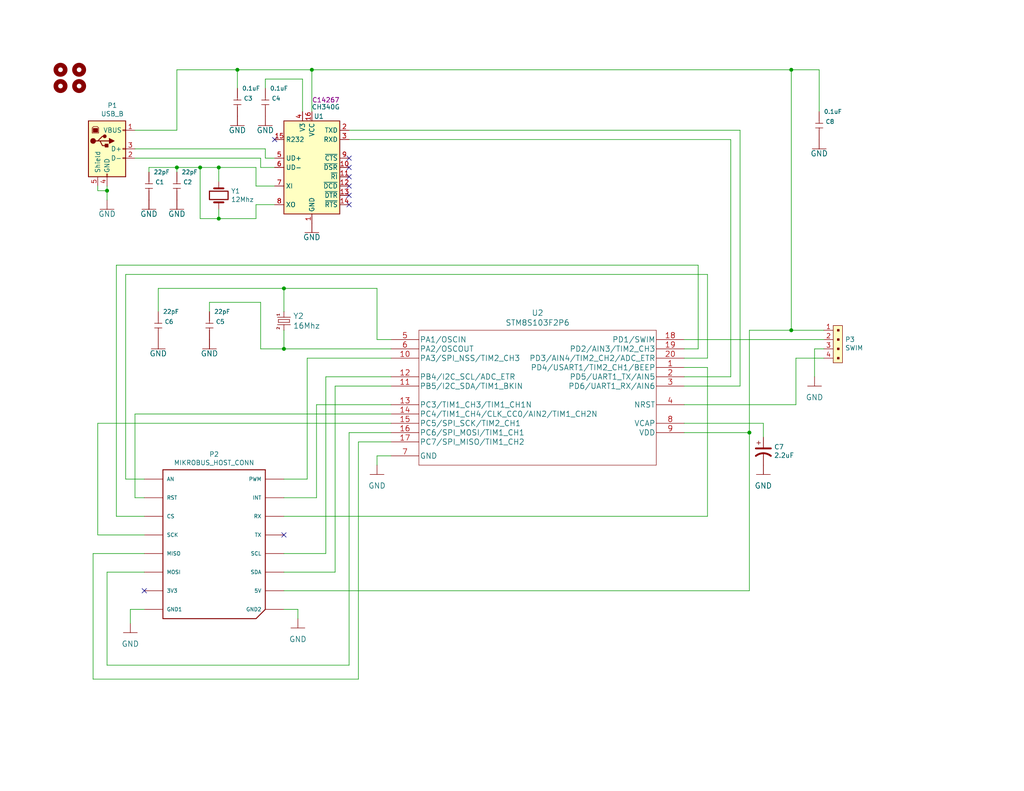
<source format=kicad_sch>
(kicad_sch (version 20231120) (generator "eeschema") (generator_version "8.0")
  (paper "A")
  (title_block (date "2025-01-19"))
  (lib_symbols
    (symbol "Device:Crystal" (pin_numbers hide) (pin_names (offset 1.016) hide)
      (property "Reference" "Y" (at 0 3.81 0))
      (property "Value" "Crystal" (at 0 -3.81 0))
      (symbol "Crystal_0_1"
        (rectangle (start -1.143 2.54) (end 1.143 -2.54) (stroke (width 0.3048)))
        (polyline (pts (xy -2.54 0) (xy -1.905 0)))
        (polyline (pts (xy -1.905 -1.27) (xy -1.905 1.27)) (stroke (width 0.508)))
        (polyline (pts (xy 1.905 -1.27) (xy 1.905 1.27)) (stroke (width 0.508)))
        (polyline (pts (xy 2.54 0) (xy 1.905 0)))
      )
      (symbol "Crystal_1_1"
        (pin passive line (at -3.81 0 0) (length 1.27) (name "1") (number "1"))
        (pin passive line (at 3.81 0 180) (length 1.27) (name "2") (number "2"))
      )
    )
    (symbol "Mechanical:MountingHole" (pin_names (offset 1.016)) (exclude_from_sim yes) (in_bom no)
      (property "Reference" "H" (at 0 5.08 0))
      (property "Value" "MountingHole" (at 0 3.175 0))
      (symbol "MountingHole_0_1"
        (circle (center 0 0) (radius 1.27) (stroke (width 1.27)))
      )
    )
    (symbol "OPL_Capacitor:CERAMIC-100NF-50V-10%-X7R_0603_" (pin_numbers hide) (pin_names (offset 1.016) hide)
      (property "Reference" "C" (at -3.81 1.27 0))
      (property "Value" "CERAMIC-100NF-50V-10%-X7R_0603_" (at -3.81 -2.54 0))
      (symbol "CERAMIC-100NF-50V-10%-X7R_0603__1_0"
        (polyline (pts (xy -1.27 0) (xy -0.635 0)))
        (polyline (pts (xy -0.635 -1.016) (xy -0.635 0)))
        (polyline (pts (xy -0.635 0) (xy -0.635 1.016)))
        (polyline (pts (xy 0.635 0) (xy 0.635 -1.016)))
        (polyline (pts (xy 0.635 0) (xy 1.27 0)))
        (polyline (pts (xy 0.635 1.016) (xy 0.635 0)))
      )
      (symbol "CERAMIC-100NF-50V-10%-X7R_0603__1_1"
        (pin passive line (at -3.81 0 0) (length 2.54) (name "1") (number "1"))
        (pin passive line (at 3.81 0 180) (length 2.54) (name "2") (number "2"))
      )
    )
    (symbol "board_stm8_rev2-rescue:CH340G-Interface_USB"
      (property "Reference" "U" (at -5.08 13.97 0))
      (property "Value" "Interface_USB_CH340G" (at 1.27 13.97 0))
      (symbol "CH340G-Interface_USB_0_1"
        (rectangle (start -7.62 12.7) (end 7.62 -12.7) (stroke (width 0.254)) (fill (type background)))
      )
      (symbol "CH340G-Interface_USB_1_1"
        (pin power_in line (at 0 -15.24 90) (length 2.54) (name "GND") (number "1"))
        (pin input line (at 10.16 0 180) (length 2.54) (name "~{DSR}") (number "10"))
        (pin input line (at 10.16 -2.54 180) (length 2.54) (name "~{RI}") (number "11"))
        (pin input line (at 10.16 -5.08 180) (length 2.54) (name "~{DCD}") (number "12"))
        (pin output line (at 10.16 -7.62 180) (length 2.54) (name "~{DTR}") (number "13"))
        (pin output line (at 10.16 -10.16 180) (length 2.54) (name "~{RTS}") (number "14"))
        (pin input line (at -10.16 7.62 0) (length 2.54) (name "R232") (number "15"))
        (pin power_in line (at 0 15.24 270) (length 2.54) (name "VCC") (number "16"))
        (pin output line (at 10.16 10.16 180) (length 2.54) (name "TXD") (number "2"))
        (pin input line (at 10.16 7.62 180) (length 2.54) (name "RXD") (number "3"))
        (pin passive line (at -2.54 15.24 270) (length 2.54) (name "V3") (number "4"))
        (pin bidirectional line (at -10.16 2.54 0) (length 2.54) (name "UD+") (number "5"))
        (pin bidirectional line (at -10.16 0 0) (length 2.54) (name "UD-") (number "6"))
        (pin input line (at -10.16 -5.08 0) (length 2.54) (name "XI") (number "7"))
        (pin output line (at -10.16 -10.16 0) (length 2.54) (name "XO") (number "8"))
        (pin input line (at 10.16 2.54 180) (length 2.54) (name "~{CTS}") (number "9"))
      )
    )
    (symbol "board_stm8_rev2-rescue:CP1-Device" (pin_numbers hide) (pin_names (offset 0.254) hide)
      (property "Reference" "C" (at 0.635 2.54 0))
      (property "Value" "Device_CP1" (at 0.635 -2.54 0))
      (symbol "CP1-Device_0_1"
        (polyline (pts (xy -2.032 0.762) (xy 2.032 0.762)) (stroke (width 0.508)))
        (polyline (pts (xy -1.778 2.286) (xy -0.762 2.286)))
        (polyline (pts (xy -1.27 1.778) (xy -1.27 2.794)))
        (arc (start 2.032 -1.27) (mid 0 -0.5572) (end -2.032 -1.27) (stroke (width 0.508)))
      )
      (symbol "CP1-Device_1_1"
        (pin passive line (at 0 3.81 270) (length 2.794) (name "~") (number "1"))
        (pin passive line (at 0 -3.81 90) (length 3.302) (name "~") (number "2"))
      )
    )
    (symbol "catu:CRYSTALHC49U-H" (pin_names (offset 1.016))
      (property "Reference" "Q" (at 2.54 1.016 0))
      (property "Value" "CRYSTALHC49U-H" (at 2.54 -2.54 0))
      (symbol "CRYSTALHC49U-H_1_0"
        (polyline (pts (xy -2.54 0) (xy -1.016 0)))
        (polyline (pts (xy -1.016 1.778) (xy -1.016 -1.778)))
        (polyline (pts (xy -0.381 -1.524) (xy 0.381 -1.524)))
        (polyline (pts (xy -0.381 1.524) (xy -0.381 -1.524)))
        (polyline (pts (xy 0.381 -1.524) (xy 0.381 1.524)))
        (polyline (pts (xy 0.381 1.524) (xy -0.381 1.524)))
        (polyline (pts (xy 1.016 0) (xy 2.54 0)))
        (polyline (pts (xy 1.016 1.778) (xy 1.016 -1.778)))
        (text "1" (at -2.159 -1.143 0) (effects (font (size 0.7112 0.7112)) (justify left bottom)))
        (text "2" (at 1.524 -1.143 0) (effects (font (size 0.7112 0.7112)) (justify left bottom)))
        (pin passive line (at -2.54 0 0) (length 0) (name "1") (number "1"))
        (pin passive line (at 2.54 0 180) (length 0) (name "2") (number "2"))
      )
    )
    (symbol "catu:GND" (power) (pin_names (offset 1.016))
      (property "Value" "GND" (at -2.54 -2.54 0))
      (symbol "GND_1_0"
        (polyline (pts (xy -1.905 0) (xy 1.905 0)))
        (pin power_in line (at 0 2.54 270) (length 2.54) (name "GND") (number "1"))
      )
    )
    (symbol "catu:MIKROBUS_HOST_CONN" (pin_numbers hide) (pin_names (offset 1.016))
      (property "Reference" "CON" (at 10.16 38.1 0))
      (property "Value" "MIKROBUS_HOST_CONN" (at 2.54 3.81 0))
      (symbol "MIKROBUS_HOST_CONN_0_0"
        (polyline (pts (xy 0 0) (xy 0 40.64)) (stroke (width 0.254)))
        (polyline (pts (xy 0 40.64) (xy 27.94 40.64)) (stroke (width 0.254)))
        (polyline (pts (xy 25.4 0) (xy 0 0)) (stroke (width 0.254)))
        (polyline (pts (xy 27.94 2.54) (xy 25.4 0)) (stroke (width 0.254)))
        (polyline (pts (xy 27.94 40.64) (xy 27.94 2.54)) (stroke (width 0.254)))
        (pin passive line (at -5.08 38.1 0) (length 5.08) (name "AN") (number "P1"))
        (pin power_in line (at 33.02 7.62 180) (length 5.08) (name "5V") (number "P10"))
        (pin passive line (at 33.02 12.7 180) (length 5.08) (name "SDA") (number "P11"))
        (pin passive line (at 33.02 17.78 180) (length 5.08) (name "SCL") (number "P12"))
        (pin passive line (at 33.02 22.86 180) (length 5.08) (name "TX") (number "P13"))
        (pin passive line (at 33.02 27.94 180) (length 5.08) (name "RX") (number "P14"))
        (pin passive line (at 33.02 33.02 180) (length 5.08) (name "INT") (number "P15"))
        (pin passive line (at 33.02 38.1 180) (length 5.08) (name "PWM") (number "P16"))
        (pin passive line (at -5.08 33.02 0) (length 5.08) (name "RST") (number "P2"))
        (pin passive line (at -5.08 27.94 0) (length 5.08) (name "CS") (number "P3"))
        (pin passive line (at -5.08 22.86 0) (length 5.08) (name "SCK") (number "P4"))
        (pin passive line (at -5.08 17.78 0) (length 5.08) (name "MISO") (number "P5"))
        (pin passive line (at -5.08 12.7 0) (length 5.08) (name "MOSI") (number "P6"))
        (pin power_in line (at -5.08 7.62 0) (length 5.08) (name "3V3") (number "P7"))
        (pin power_in line (at -5.08 2.54 0) (length 5.08) (name "GND1") (number "P8"))
        (pin power_in line (at 33.02 2.54 180) (length 5.08) (name "GND2") (number "P9"))
      )
    )
    (symbol "catu:STM8S103F2P6" (pin_names (offset 0.254))
      (property "Reference" "U" (at -21.59 20.32 0))
      (property "Value" "STM8S103F2P6" (at -5.08 20.32 0))
      (symbol "STM8S103F2P6_1_1"
        (polyline (pts (xy -30.48 -19.05) (xy 34.29 -19.05)) (stroke (width 0.127)))
        (polyline (pts (xy -30.48 17.78) (xy -30.48 -19.05)) (stroke (width 0.127)))
        (polyline (pts (xy 34.29 -19.05) (xy 34.29 17.78)) (stroke (width 0.127)))
        (polyline (pts (xy 34.29 17.78) (xy -30.48 17.78)) (stroke (width 0.127)))
        (pin passive line (at 41.91 7.62 180) (length 7.62) (name "PD4/USART1/TIM2_CH1/BEEP") (number "1"))
        (pin passive line (at -38.1 10.16 0) (length 7.62) (name "PA3/SPI_NSS/TIM2_CH3") (number "10"))
        (pin passive line (at -38.1 2.54 0) (length 7.62) (name "PB5/I2C_SDA/TIM1_BKIN") (number "11"))
        (pin passive line (at -38.1 5.08 0) (length 7.62) (name "PB4/I2C_SCL/ADC_ETR") (number "12"))
        (pin passive line (at -38.1 -2.54 0) (length 7.62) (name "PC3/TIM1_CH3/TIM1_CH1N") (number "13"))
        (pin passive line (at -38.1 -5.08 0) (length 7.62) (name "PC4/TIM1_CH4/CLK_CC0/AIN2/TIM1_CH2N") (number "14"))
        (pin passive line (at -38.1 -7.62 0) (length 7.62) (name "PC5/SPI_SCK/TIM2_CH1") (number "15"))
        (pin passive line (at -38.1 -10.16 0) (length 7.62) (name "PC6/SPI_MOSI/TIM1_CH1") (number "16"))
        (pin passive line (at -38.1 -12.7 0) (length 7.62) (name "PC7/SPI_MISO/TIM1_CH2") (number "17"))
        (pin passive line (at 41.91 15.24 180) (length 7.62) (name "PD1/SWIM") (number "18"))
        (pin passive line (at 41.91 12.7 180) (length 7.62) (name "PD2/AIN3/TIM2_CH3") (number "19"))
        (pin passive line (at 41.91 5.08 180) (length 7.62) (name "PD5/UART1_TX/AIN5") (number "2"))
        (pin passive line (at 41.91 10.16 180) (length 7.62) (name "PD3/AIN4/TIM2_CH2/ADC_ETR") (number "20"))
        (pin passive line (at 41.91 2.54 180) (length 7.62) (name "PD6/UART1_RX/AIN6") (number "3"))
        (pin passive line (at 41.91 -2.54 180) (length 7.62) (name "NRST") (number "4"))
        (pin passive line (at -38.1 15.24 0) (length 7.62) (name "PA1/OSCIN") (number "5"))
        (pin passive line (at -38.1 12.7 0) (length 7.62) (name "PA2/OSCOUT") (number "6"))
        (pin power_in line (at -38.1 -16.51 0) (length 7.62) (name "GND") (number "7"))
        (pin passive line (at 41.91 -7.62 180) (length 7.62) (name "VCAP") (number "8"))
        (pin power_in line (at 41.91 -10.16 180) (length 7.62) (name "VDD") (number "9"))
      )
    )
    (symbol "dk_Rectangular-Connectors-Headers-Male-Pins:0022232041" (pin_names (offset 1.016))
      (property "Reference" "J" (at -2.54 1.27 0))
      (property "Value" "0022232041" (at 3.81 -3.81 0))
      (symbol "0022232041_1_1"
        (rectangle (start -1.27 0) (end 8.89 -2.54) (fill (type background)))
        (rectangle (start -0.254 -1.143) (end 0.254 -1.651) (fill (type outline)))
        (rectangle (start 2.286 -1.143) (end 2.794 -1.651) (fill (type outline)))
        (rectangle (start 4.826 -1.143) (end 5.334 -1.651) (fill (type outline)))
        (rectangle (start 7.366 -1.143) (end 7.874 -1.651) (fill (type outline)))
        (pin passive line (at 0 2.54 270) (length 2.54) (name "~") (number "1"))
        (pin passive line (at 2.54 2.54 270) (length 2.54) (name "~") (number "2"))
        (pin passive line (at 5.08 2.54 270) (length 2.54) (name "~") (number "3"))
        (pin passive line (at 7.62 2.54 270) (length 2.54) (name "~") (number "4"))
      )
    )
    (symbol "stm8_Rev1-rescue:USB_B-Connector" (pin_names (offset 1.016))
      (property "Reference" "J" (at -5.08 11.43 0))
      (property "Value" "USB_B-Connector" (at -5.08 8.89 0))
      (symbol "USB_B-Connector_0_1"
        (rectangle (start -5.08 -7.62) (end 5.08 7.62) (stroke (width 0.254)) (fill (type background)))
        (circle (center -3.81 2.159) (radius 0.635) (stroke (width 0.254)) (fill (type outline)))
        (rectangle (start -3.81 5.588) (end -2.54 4.572) (fill (type outline)))
        (circle (center -0.635 3.429) (radius 0.381) (stroke (width 0.254)) (fill (type outline)))
        (rectangle (start -0.127 -7.62) (end 0.127 -6.858))
        (polyline (pts (xy -1.905 2.159) (xy 0.635 2.159)) (stroke (width 0.254)))
        (polyline (pts (xy -3.175 2.159) (xy -2.54 2.159) (xy -1.27 3.429) (xy -0.635 3.429)) (stroke (width 0.254)))
        (polyline (pts (xy -2.54 2.159) (xy -1.905 2.159) (xy -1.27 0.889) (xy 0 0.889)) (stroke (width 0.254)))
        (polyline (pts (xy 0.635 2.794) (xy 0.635 1.524) (xy 1.905 2.159) (xy 0.635 2.794)) (stroke (width 0.254)) (fill (type outline)))
        (polyline (pts (xy -4.064 4.318) (xy -2.286 4.318) (xy -2.286 5.715) (xy -2.667 6.096) (xy -3.683 6.096) (xy -4.064 5.715) (xy -4.064 4.318)))
        (rectangle (start 0.254 1.27) (end -0.508 0.508) (stroke (width 0.254)) (fill (type outline)))
        (rectangle (start 5.08 -2.667) (end 4.318 -2.413))
        (rectangle (start 5.08 -0.127) (end 4.318 0.127))
        (rectangle (start 5.08 4.953) (end 4.318 5.207))
      )
      (symbol "USB_B-Connector_1_1"
        (pin power_out line (at 7.62 5.08 180) (length 2.54) (name "VBUS") (number "1"))
        (pin bidirectional line (at 7.62 -2.54 180) (length 2.54) (name "D-") (number "2"))
        (pin bidirectional line (at 7.62 0 180) (length 2.54) (name "D+") (number "3"))
        (pin power_out line (at 0 -10.16 90) (length 2.54) (name "GND") (number "4"))
        (pin passive line (at -2.54 -10.16 90) (length 2.54) (name "Shield") (number "5"))
      )
    )
  )
  (junction (at 85.09 19.05))
  (junction (at 64.77 19.05))
  (junction (at 59.69 59.69))
  (junction (at 77.47 78.74))
  (junction (at 77.47 95.25))
  (junction (at 29.21 52.07))
  (junction (at 215.9 19.05))
  (junction (at 54.61 45.72))
  (junction (at 48.26 45.72))
  (junction (at 215.9 90.17))
  (junction (at 204.47 118.11))
  (junction (at 59.69 45.72))
  (no_connect (at 95.25 45.72))
  (no_connect (at 39.37 161.29))
  (no_connect (at 77.47 146.05))
  (no_connect (at 95.25 48.26))
  (no_connect (at 95.25 43.18))
  (no_connect (at 95.25 50.8))
  (no_connect (at 95.25 55.88))
  (no_connect (at 95.25 53.34))
  (no_connect (at 74.93 38.1))
  (wire (pts (xy 64.77 19.05) (xy 85.09 19.05)))
  (wire (pts (xy 48.26 46.99) (xy 48.26 45.72)))
  (wire (pts (xy 193.04 140.97) (xy 77.47 140.97)))
  (wire (pts (xy 34.29 130.81) (xy 39.37 130.81)))
  (wire (pts (xy 35.56 166.37) (xy 39.37 166.37)))
  (wire (pts (xy 106.68 120.65) (xy 97.79 120.65)))
  (wire (pts (xy 77.47 78.74) (xy 102.87 78.74)))
  (wire (pts (xy 186.69 102.87) (xy 199.39 102.87)))
  (wire (pts (xy 77.47 90.17) (xy 77.47 95.25)))
  (wire (pts (xy 81.28 166.37) (xy 77.47 166.37)))
  (wire (pts (xy 57.15 85.09) (xy 57.15 82.55)))
  (wire (pts (xy 69.85 59.69) (xy 69.85 55.88)))
  (wire (pts (xy 64.77 24.13) (xy 64.77 19.05)))
  (wire (pts (xy 71.12 95.25) (xy 77.47 95.25)))
  (wire (pts (xy 95.25 118.11) (xy 95.25 181.61)))
  (wire (pts (xy 81.28 166.37) (xy 81.28 168.91)))
  (wire (pts (xy 106.68 102.87) (xy 88.9 102.87)))
  (wire (pts (xy 106.68 105.41) (xy 91.44 105.41)))
  (wire (pts (xy 91.44 105.41) (xy 91.44 156.21)))
  (wire (pts (xy 215.9 19.05) (xy 215.9 90.17)))
  (wire (pts (xy 83.82 97.79) (xy 83.82 130.81)))
  (wire (pts (xy 25.4 185.42) (xy 25.4 151.13)))
  (wire (pts (xy 204.47 161.29) (xy 204.47 118.11)))
  (wire (pts (xy 97.79 185.42) (xy 25.4 185.42)))
  (wire (pts (xy 29.21 181.61) (xy 29.21 156.21)))
  (wire (pts (xy 106.68 97.79) (xy 83.82 97.79)))
  (wire (pts (xy 26.67 52.07) (xy 29.21 52.07)))
  (wire (pts (xy 31.75 72.39) (xy 31.75 140.97)))
  (wire (pts (xy 186.69 115.57) (xy 208.28 115.57)))
  (wire (pts (xy 215.9 19.05) (xy 223.52 19.05)))
  (wire (pts (xy 106.68 110.49) (xy 86.36 110.49)))
  (wire (pts (xy 91.44 156.21) (xy 77.47 156.21)))
  (wire (pts (xy 29.21 50.8) (xy 29.21 52.07)))
  (wire (pts (xy 31.75 140.97) (xy 39.37 140.97)))
  (wire (pts (xy 222.25 95.25) (xy 222.25 102.87)))
  (wire (pts (xy 186.69 110.49) (xy 217.17 110.49)))
  (wire (pts (xy 69.85 45.72) (xy 69.85 50.8)))
  (wire (pts (xy 106.68 115.57) (xy 26.67 115.57)))
  (wire (pts (xy 83.82 130.81) (xy 77.47 130.81)))
  (wire (pts (xy 106.68 113.03) (xy 36.83 113.03)))
  (wire (pts (xy 102.87 92.71) (xy 106.68 92.71)))
  (wire (pts (xy 97.79 120.65) (xy 97.79 185.42)))
  (wire (pts (xy 72.39 40.64) (xy 72.39 43.18)))
  (wire (pts (xy 199.39 38.1) (xy 199.39 102.87)))
  (wire (pts (xy 102.87 124.46) (xy 106.68 124.46)))
  (wire (pts (xy 59.69 45.72) (xy 59.69 49.53)))
  (wire (pts (xy 40.64 45.72) (xy 40.64 46.99)))
  (wire (pts (xy 26.67 146.05) (xy 39.37 146.05)))
  (wire (pts (xy 95.25 181.61) (xy 29.21 181.61)))
  (wire (pts (xy 201.93 35.56) (xy 201.93 105.41)))
  (wire (pts (xy 224.79 95.25) (xy 222.25 95.25)))
  (wire (pts (xy 215.9 90.17) (xy 224.79 90.17)))
  (wire (pts (xy 72.39 43.18) (xy 74.93 43.18)))
  (wire (pts (xy 186.69 97.79) (xy 193.04 97.79)))
  (wire (pts (xy 186.69 100.33) (xy 193.04 100.33)))
  (wire (pts (xy 35.56 170.18) (xy 35.56 166.37)))
  (wire (pts (xy 59.69 57.15) (xy 59.69 59.69)))
  (wire (pts (xy 48.26 35.56) (xy 48.26 19.05)))
  (wire (pts (xy 54.61 45.72) (xy 59.69 45.72)))
  (wire (pts (xy 29.21 156.21) (xy 39.37 156.21)))
  (wire (pts (xy 201.93 105.41) (xy 186.69 105.41)))
  (wire (pts (xy 102.87 127) (xy 102.87 124.46)))
  (wire (pts (xy 69.85 50.8) (xy 74.93 50.8)))
  (wire (pts (xy 193.04 100.33) (xy 193.04 140.97)))
  (wire (pts (xy 43.18 85.09) (xy 43.18 78.74)))
  (wire (pts (xy 25.4 151.13) (xy 39.37 151.13)))
  (wire (pts (xy 54.61 45.72) (xy 54.61 59.69)))
  (wire (pts (xy 29.21 52.07) (xy 29.21 54.61)))
  (wire (pts (xy 71.12 45.72) (xy 74.93 45.72)))
  (wire (pts (xy 186.69 118.11) (xy 204.47 118.11)))
  (wire (pts (xy 36.83 43.18) (xy 71.12 43.18)))
  (wire (pts (xy 86.36 135.89) (xy 77.47 135.89)))
  (wire (pts (xy 223.52 19.05) (xy 223.52 30.48)))
  (wire (pts (xy 36.83 35.56) (xy 48.26 35.56)))
  (wire (pts (xy 88.9 151.13) (xy 77.47 151.13)))
  (wire (pts (xy 208.28 115.57) (xy 208.28 119.38)))
  (wire (pts (xy 85.09 19.05) (xy 215.9 19.05)))
  (wire (pts (xy 59.69 59.69) (xy 69.85 59.69)))
  (wire (pts (xy 95.25 35.56) (xy 201.93 35.56)))
  (wire (pts (xy 36.83 113.03) (xy 36.83 135.89)))
  (wire (pts (xy 217.17 97.79) (xy 224.79 97.79)))
  (wire (pts (xy 193.04 74.93) (xy 34.29 74.93)))
  (wire (pts (xy 36.83 40.64) (xy 72.39 40.64)))
  (wire (pts (xy 86.36 110.49) (xy 86.36 135.89)))
  (wire (pts (xy 26.67 115.57) (xy 26.67 146.05)))
  (wire (pts (xy 204.47 118.11) (xy 204.47 90.17)))
  (wire (pts (xy 48.26 19.05) (xy 64.77 19.05)))
  (wire (pts (xy 95.25 38.1) (xy 199.39 38.1)))
  (wire (pts (xy 34.29 74.93) (xy 34.29 130.81)))
  (wire (pts (xy 57.15 82.55) (xy 71.12 82.55)))
  (wire (pts (xy 71.12 43.18) (xy 71.12 45.72)))
  (wire (pts (xy 190.5 72.39) (xy 31.75 72.39)))
  (wire (pts (xy 48.26 45.72) (xy 54.61 45.72)))
  (wire (pts (xy 193.04 97.79) (xy 193.04 74.93)))
  (wire (pts (xy 82.55 21.59) (xy 82.55 30.48)))
  (wire (pts (xy 72.39 21.59) (xy 82.55 21.59)))
  (wire (pts (xy 59.69 45.72) (xy 69.85 45.72)))
  (wire (pts (xy 72.39 24.13) (xy 72.39 21.59)))
  (wire (pts (xy 77.47 95.25) (xy 106.68 95.25)))
  (wire (pts (xy 36.83 135.89) (xy 39.37 135.89)))
  (wire (pts (xy 54.61 59.69) (xy 59.69 59.69)))
  (wire (pts (xy 40.64 45.72) (xy 48.26 45.72)))
  (wire (pts (xy 77.47 78.74) (xy 77.47 85.09)))
  (wire (pts (xy 186.69 92.71) (xy 224.79 92.71)))
  (wire (pts (xy 43.18 78.74) (xy 77.47 78.74)))
  (wire (pts (xy 26.67 50.8) (xy 26.67 52.07)))
  (wire (pts (xy 204.47 90.17) (xy 215.9 90.17)))
  (wire (pts (xy 217.17 110.49) (xy 217.17 97.79)))
  (wire (pts (xy 102.87 78.74) (xy 102.87 92.71)))
  (wire (pts (xy 71.12 82.55) (xy 71.12 95.25)))
  (wire (pts (xy 190.5 95.25) (xy 190.5 72.39)))
  (wire (pts (xy 186.69 95.25) (xy 190.5 95.25)))
  (wire (pts (xy 85.09 19.05) (xy 85.09 30.48)))
  (wire (pts (xy 106.68 118.11) (xy 95.25 118.11)))
  (wire (pts (xy 69.85 55.88) (xy 74.93 55.88)))
  (wire (pts (xy 88.9 102.87) (xy 88.9 151.13)))
  (wire (pts (xy 77.47 161.29) (xy 204.47 161.29)))
  (symbol (lib_id "board_stm8_rev2-rescue:CH340G-Interface_USB") (at 85.09 45.72 0) (unit 1)
    (property "Reference" "U1" (at 86.995 31.75 0))
    (property "Value" "CH340G" (at 88.9 29.21 0))
    (property "Footprint" "Package_SO:SOIC-16_3.9x9.9mm_P1.27mm" (effects (hide yes)))
    (property "Datasheet" "http://www.datasheet5.com/pdf-local-2195953" (effects (hide yes)))
    (property "LCSC" "C14267" (at 88.9 27.305 0))
  )
  (symbol (lib_id "Device:Crystal") (at 59.69 53.34 90) (unit 1)
    (property "Reference" "Y1" (at 63.0174 52.1716 90) (effects (justify right)))
    (property "Value" "12Mhz" (at 63.0174 54.483 90) (effects (justify right)))
    (property "Footprint" "Crystal:Crystal_HC49-4H_Vertical" (effects (hide yes)))
    (property "Description" "Two pin crystal" (effects (hide yes)))
  )
  (symbol (lib_id "OPL_Capacitor:CERAMIC-100NF-50V-10%-X7R_0603_") (at 40.64 50.8 270) (unit 1)
    (property "Reference" "C1" (at 42.3672 49.7332 90) (effects (font (size 1.143 1.143)) (justify left)))
    (property "Value" "22pF" (at 41.91 46.99 90) (effects (font (size 1.143 1.143)) (justify left)))
    (property "Footprint" "Capacitor_SMD:C_0805_2012Metric_Pad1.18x1.45mm_HandSolder" (effects (hide yes)))
    (property "MPN" "CC0603KRX7R9BB104" (effects (hide yes)))
    (property "SKU" "302010138" (effects (hide yes)))
    (property "LCSC" "C1562" (effects (hide yes)))
  )
  (symbol (lib_id "OPL_Capacitor:CERAMIC-100NF-50V-10%-X7R_0603_") (at 48.26 50.8 270) (unit 1)
    (property "Reference" "C2" (at 49.9872 49.7332 90) (effects (font (size 1.143 1.143)) (justify left)))
    (property "Value" "22pF" (at 49.53 46.99 90) (effects (font (size 1.143 1.143)) (justify left)))
    (property "Footprint" "Capacitor_SMD:C_0805_2012Metric_Pad1.18x1.45mm_HandSolder" (effects (hide yes)))
    (property "MPN" "CC0603KRX7R9BB104" (effects (hide yes)))
    (property "SKU" "302010138" (effects (hide yes)))
    (property "LCSC" "C1562" (effects (hide yes)))
  )
  (symbol (lib_id "OPL_Capacitor:CERAMIC-100NF-50V-10%-X7R_0603_") (at 72.39 27.94 270) (unit 1)
    (property "Reference" "C4" (at 74.1172 26.8732 90) (effects (font (size 1.143 1.143)) (justify left)))
    (property "Value" "0.1uF" (at 73.66 24.13 90) (effects (font (size 1.143 1.143)) (justify left)))
    (property "Footprint" "Capacitor_SMD:C_0805_2012Metric_Pad1.18x1.45mm_HandSolder" (effects (hide yes)))
    (property "MPN" "CC0603KRX7R9BB104" (effects (hide yes)))
    (property "SKU" "302010138" (effects (hide yes)))
    (property "LCSC" "C14663" (effects (hide yes)))
  )
  (symbol (lib_id "stm8_Rev1-rescue:USB_B-Connector") (at 29.21 40.64 0) (unit 1)
    (property "Reference" "P1" (at 30.6578 28.7782 0))
    (property "Value" "USB_B" (at 30.6578 31.0896 0))
    (property "Footprint" "Connector_USB:USB_B_Lumberg_2411_02_Horizontal" (effects (hide yes)))
  )
  (symbol (lib_id "catu:GND") (at 29.21 57.15 0) (unit 1)
    (property "Reference" "#GND0117" (effects (hide yes)))
    (property "Value" "GND" (at 29.21 58.42 0) (effects (font (size 1.4986 1.4986))))
  )
  (symbol (lib_id "catu:GND") (at 48.26 57.15 0) (unit 1)
    (property "Reference" "#GND016" (effects (hide yes)))
    (property "Value" "GND" (at 48.26 58.42 0) (effects (font (size 1.4986 1.4986))))
  )
  (symbol (lib_id "catu:GND") (at 40.64 57.15 0) (unit 1)
    (property "Reference" "#GND015" (effects (hide yes)))
    (property "Value" "GND" (at 40.64 58.42 0) (effects (font (size 1.4986 1.4986))))
  )
  (symbol (lib_id "OPL_Capacitor:CERAMIC-100NF-50V-10%-X7R_0603_") (at 64.77 27.94 270) (unit 1)
    (property "Reference" "C3" (at 66.4972 26.8732 90) (effects (font (size 1.143 1.143)) (justify left)))
    (property "Value" "0.1uF" (at 66.04 24.13 90) (effects (font (size 1.143 1.143)) (justify left)))
    (property "Footprint" "Capacitor_SMD:C_0805_2012Metric_Pad1.18x1.45mm_HandSolder" (effects (hide yes)))
    (property "MPN" "CC0603KRX7R9BB104" (effects (hide yes)))
    (property "SKU" "302010138" (effects (hide yes)))
    (property "LCSC" "C14663" (effects (hide yes)))
  )
  (symbol (lib_id "catu:GND") (at 85.09 63.5 0) (unit 1)
    (property "Reference" "#GND019" (effects (hide yes)))
    (property "Value" "GND" (at 85.09 64.77 0) (effects (font (size 1.4986 1.4986))))
  )
  (symbol (lib_id "catu:GND") (at 72.39 34.29 0) (unit 1)
    (property "Reference" "#GND018" (effects (hide yes)))
    (property "Value" "GND" (at 72.39 35.56 0) (effects (font (size 1.4986 1.4986))))
  )
  (symbol (lib_id "catu:GND") (at 64.77 34.29 0) (unit 1)
    (property "Reference" "#GND017" (effects (hide yes)))
    (property "Value" "GND" (at 64.77 35.56 0) (effects (font (size 1.4986 1.4986))))
  )
  (symbol (lib_id "catu:GND") (at 43.18 95.25 0) (unit 1)
    (property "Reference" "#GND0101" (effects (hide yes)))
    (property "Value" "GND" (at 43.18 96.52 0) (effects (font (size 1.4986 1.4986))))
  )
  (symbol (lib_id "catu:STM8S103F2P6") (at 144.78 107.95 0) (unit 1)
    (property "Reference" "U2" (at 146.685 85.4202 0) (effects (font (size 1.524 1.524))))
    (property "Value" "STM8S103F2P6" (at 146.685 88.1126 0) (effects (font (size 1.524 1.524))))
    (property "Footprint" "catu:STM8S103F2P6" (effects (hide yes)))
  )
  (symbol (lib_id "dk_Rectangular-Connectors-Headers-Male-Pins:0022232041") (at 227.33 90.17 90) (mirror x) (unit 1)
    (property "Reference" "P3" (at 230.5812 92.6846 90) (effects (justify right)))
    (property "Value" "SWIM" (at 230.5812 94.996 90) (effects (justify right)))
    (property "Footprint" "digikey-footprints:PinHeader_1x4_P2.54mm_Drill1.02mm" (effects (hide yes)))
    (property "Datasheet" "https://www.molex.com/pdm_docs/sd/022232041_sd.pdf" (effects (hide yes)))
    (property "Description" "CONN HEADER VERT 4POS 2.54MM" (effects (hide yes)))
    (property "Digi-Key_PN" "WM4202-ND" (effects (hide yes)))
    (property "MPN" "0022232041" (effects (hide yes)))
    (property "Category" "Connectors, Interconnects" (effects (hide yes)))
    (property "Family" "Rectangular Connectors - Headers, Male Pins" (effects (hide yes)))
    (property "DK_Datasheet_Link" "https://www.molex.com/pdm_docs/sd/022232041_sd.pdf" (effects (hide yes)))
    (property "DK_Detail_Page" "/product-detail/en/molex/0022232041/WM4202-ND/26671" (effects (hide yes)))
    (property "Manufacturer" "Molex" (effects (hide yes)))
    (property "Status" "Active" (effects (hide yes)))
    (property "Description_1" "CONN HEADER VERT 4POS 2.54MM" (effects (hide yes)))
  )
  (symbol (lib_id "catu:GND") (at 222.25 105.41 0) (unit 1)
    (property "Reference" "#GND0102" (effects (hide yes)))
    (property "Value" "GND" (at 222.25 108.4834 0) (effects (font (size 1.4986 1.4986))))
  )
  (symbol (lib_id "catu:GND") (at 102.87 129.54 0) (unit 1)
    (property "Reference" "#GND0103" (effects (hide yes)))
    (property "Value" "GND" (at 102.87 132.6134 0) (effects (font (size 1.4986 1.4986))))
  )
  (symbol (lib_id "catu:CRYSTALHC49U-H") (at 77.47 87.63 270) (unit 1)
    (property "Reference" "Y2" (at 79.9592 86.2838 90) (effects (font (size 1.4986 1.4986)) (justify left)))
    (property "Value" "16Mhz" (at 79.9592 88.9508 90) (effects (font (size 1.4986 1.4986)) (justify left)))
    (property "Footprint" "Crystal:Crystal_HC49-4H_Vertical" (effects (hide yes)))
  )
  (symbol (lib_id "OPL_Capacitor:CERAMIC-100NF-50V-10%-X7R_0603_") (at 57.15 88.9 270) (unit 1)
    (property "Reference" "C5" (at 58.8772 87.8332 90) (effects (font (size 1.143 1.143)) (justify left)))
    (property "Value" "22pF" (at 58.42 85.09 90) (effects (font (size 1.143 1.143)) (justify left)))
    (property "Footprint" "Capacitor_SMD:C_0805_2012Metric_Pad1.18x1.45mm_HandSolder" (effects (hide yes)))
    (property "MPN" "CC0603KRX7R9BB104" (effects (hide yes)))
    (property "SKU" "302010138" (effects (hide yes)))
    (property "LCSC" "C1562" (effects (hide yes)))
  )
  (symbol (lib_id "OPL_Capacitor:CERAMIC-100NF-50V-10%-X7R_0603_") (at 43.18 88.9 270) (unit 1)
    (property "Reference" "C6" (at 44.9072 87.8332 90) (effects (font (size 1.143 1.143)) (justify left)))
    (property "Value" "22pF" (at 44.45 85.09 90) (effects (font (size 1.143 1.143)) (justify left)))
    (property "Footprint" "Capacitor_SMD:C_0805_2012Metric_Pad1.18x1.45mm_HandSolder" (effects (hide yes)))
    (property "MPN" "CC0603KRX7R9BB104" (effects (hide yes)))
    (property "SKU" "302010138" (effects (hide yes)))
    (property "LCSC" "C1562" (effects (hide yes)))
  )
  (symbol (lib_id "catu:GND") (at 57.15 95.25 0) (unit 1)
    (property "Reference" "#GND0104" (effects (hide yes)))
    (property "Value" "GND" (at 57.15 96.52 0) (effects (font (size 1.4986 1.4986))))
  )
  (symbol (lib_id "board_stm8_rev2-rescue:CP1-Device") (at 208.28 123.19 0) (unit 1)
    (property "Reference" "C7" (at 211.201 122.0216 0) (effects (justify left)))
    (property "Value" "2.2uF" (at 211.201 124.333 0) (effects (justify left)))
    (property "Footprint" "Capacitor_THT:C_Radial_D5.0mm_H5.0mm_P2.00mm" (effects (hide yes)))
  )
  (symbol (lib_id "catu:GND") (at 208.28 129.54 0) (unit 1)
    (property "Reference" "#GND0105" (effects (hide yes)))
    (property "Value" "GND" (at 208.28 132.6134 0) (effects (font (size 1.4986 1.4986))))
  )
  (symbol (lib_id "catu:MIKROBUS_HOST_CONN") (at 44.45 168.91 0) (unit 1)
    (property "Reference" "P2" (at 58.42 124.0282 0))
    (property "Value" "MIKROBUS_HOST_CONN" (at 58.42 126.3396 0))
    (property "Footprint" "MIKROBUS_HOST_CONN" (effects (hide yes)))
  )
  (symbol (lib_id "catu:GND") (at 81.28 171.45 0) (unit 1)
    (property "Reference" "#GND0106" (effects (hide yes)))
    (property "Value" "GND" (at 81.28 174.5234 0) (effects (font (size 1.4986 1.4986))))
  )
  (symbol (lib_id "catu:GND") (at 35.56 172.72 0) (unit 1)
    (property "Reference" "#GND0107" (effects (hide yes)))
    (property "Value" "GND" (at 35.56 175.7934 0) (effects (font (size 1.4986 1.4986))))
  )
  (symbol (lib_id "Mechanical:MountingHole") (at 16.51 23.495 0) (unit 1)
    (property "Reference" "H3" (effects (hide yes)))
    (property "Value" "MountingHole" (effects (hide yes)))
    (property "Footprint" "MountingHole:MountingHole_2.7mm_M2.5_DIN965_Pad" (effects (hide yes)))
    (property "Description" "Mounting Hole without connection" (effects (hide yes)))
  )
  (symbol (lib_id "Mechanical:MountingHole") (at 21.59 23.495 0) (unit 1)
    (property "Reference" "H4" (effects (hide yes)))
    (property "Value" "MountingHole" (effects (hide yes)))
    (property "Footprint" "MountingHole:MountingHole_2.7mm_M2.5_DIN965_Pad" (effects (hide yes)))
    (property "Description" "Mounting Hole without connection" (effects (hide yes)))
  )
  (symbol (lib_id "catu:GND") (at 223.52 40.64 0) (unit 1)
    (property "Reference" "#GND01" (effects (hide yes)))
    (property "Value" "GND" (at 223.52 41.91 0) (effects (font (size 1.4986 1.4986))))
  )
  (symbol (lib_id "Mechanical:MountingHole") (at 16.51 19.05 0) (unit 1)
    (property "Reference" "H1" (effects (hide yes)))
    (property "Value" "MountingHole" (effects (hide yes)))
    (property "Footprint" "MountingHole:MountingHole_2.7mm_M2.5_DIN965_Pad" (effects (hide yes)))
    (property "Description" "Mounting Hole without connection" (effects (hide yes)))
  )
  (symbol (lib_id "Mechanical:MountingHole") (at 21.59 19.05 0) (unit 1)
    (property "Reference" "H2" (effects (hide yes)))
    (property "Value" "MountingHole" (effects (hide yes)))
    (property "Footprint" "MountingHole:MountingHole_2.7mm_M2.5_DIN965_Pad" (effects (hide yes)))
    (property "Description" "Mounting Hole without connection" (effects (hide yes)))
  )
  (symbol (lib_id "OPL_Capacitor:CERAMIC-100NF-50V-10%-X7R_0603_") (at 223.52 34.29 270) (unit 1)
    (property "Reference" "C8" (at 225.2472 33.2232 90) (effects (font (size 1.143 1.143)) (justify left)))
    (property "Value" "0.1uF" (at 224.79 30.48 90) (effects (font (size 1.143 1.143)) (justify left)))
    (property "Footprint" "Capacitor_SMD:C_0805_2012Metric_Pad1.18x1.45mm_HandSolder" (effects (hide yes)))
    (property "MPN" "CC0603KRX7R9BB104" (effects (hide yes)))
    (property "SKU" "302010138" (effects (hide yes)))
    (property "LCSC" "C14663" (effects (hide yes)))
  )
)
</source>
